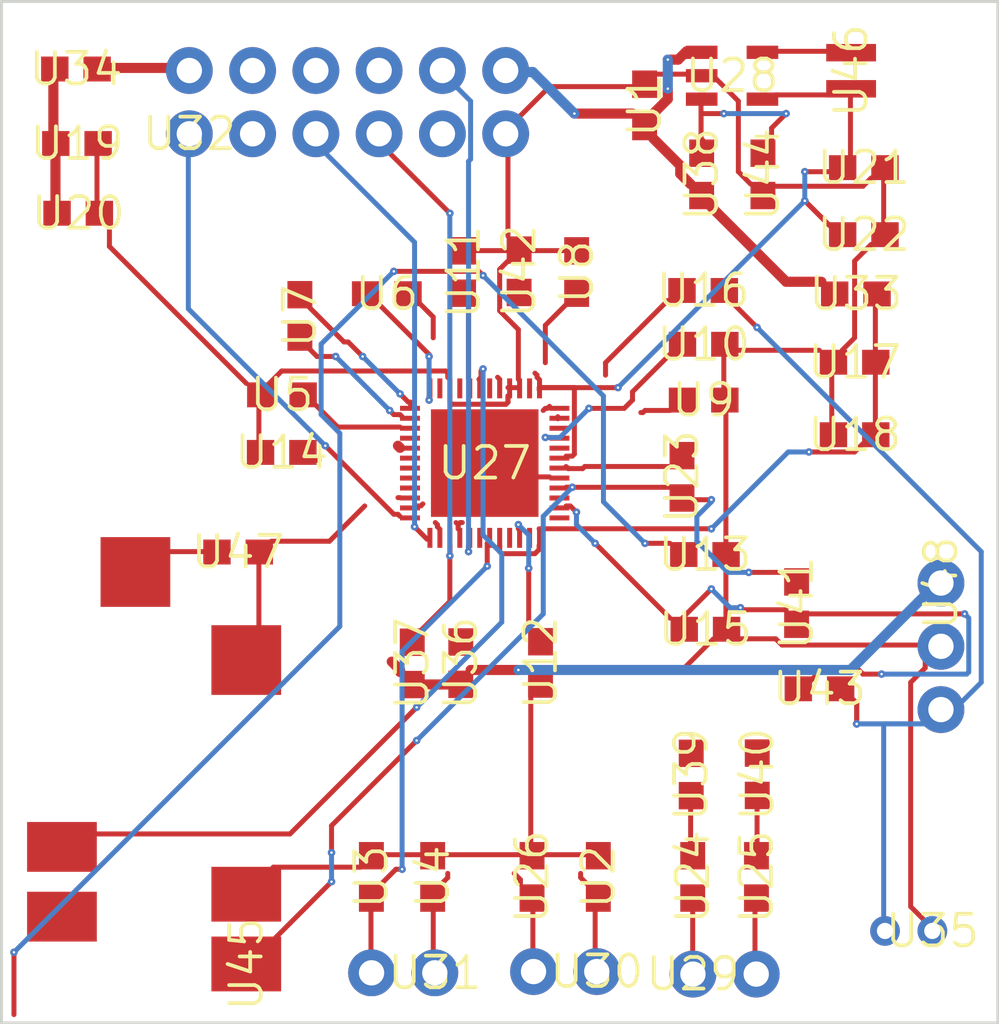
<source format=kicad_pcb>
(kicad_pcb (version 20221018) (generator pcbnew)
  (layers (0 "F.Cu" signal "Top") (31 "B.Cu" signal "Bottom") (34 "B.Paste" user) (35 "F.Paste" user) (36 "B.SilkS" user "B.Silkscreen") (37 "F.SilkS" user "F.Silkscreen") (38 "B.Mask" user) (39 "F.Mask" user) (44 "Edge.Cuts" user))
  (net 0 "")
  (net 1 "GND")
  (net 2 "3.3V")
  (net 3 "5V")
  (net 4 "/SPKVDD")
  (net 5 "/SPOLN")
  (net 6 "Net-(C20-Pad2)")
  (net 7 "/SPORP")
  (net 8 "/SPORN")
  (net 9 "Net-(IC1-Pad42)")
  (net 10 "/XAUDIO_IRQ")
  (net 11 "/XAUDIO_SDA")
  (net 12 "/XADUIO_SCL")
  (net 13 "/XAUDIO_I2S0_MCLK")
  (net 14 "/XADUIO_I2S0_BCLK")
  (net 15 "/XADUIO_I2S0_LRCKL")
  (net 16 "/XAUDIO_I2S0_DIN")
  (net 17 "/XAUDIO_I2S0_DOUT")
  (net 18 "Net-(IC1-Pad33)")
  (net 19 "Net-(IC1-Pad32)")
  (net 20 "Net-(IC1-Pad31)")
  (net 21 "Net-(IC1-Pad30)")
  (net 22 "/3.3VDD")
  (net 23 "Net-(C22-Pad2)")
  (net 24 "Net-(C14-Pad1)")
  (net 25 "Net-(C16-Pad2)")
  (net 26 "Net-(C16-Pad1)")
  (net 27 "Net-(C15-Pad1)")
  (net 28 "Net-(C15-Pad2)")
  (net 29 "/1.8VDD")
  (net 30 "Net-(C2-Pad1)")
  (net 31 "/HPOR")
  (net 32 "/HPOL")
  (net 33 "/CPVREF")
  (net 34 "Net-(C17-Pad2)")
  (net 35 "/LOUTR")
  (net 36 "/LOUTL")
  (net 37 "Net-(C24-Pad2)")
  (net 38 "Net-(C19-Pad2)")
  (net 39 "Net-(C18-Pad2)")
  (net 40 "Net-(C6-Pad2)")
  (net 41 "/IN1P")
  (net 42 "Net-(C21-Pad2)")
  (net 43 "/MICBIAS1")
  (net 44 "/SPOLP")
  (net 45 "/IN2P")
  (net 46 "Net-(U1-Pad6)")
  (net 47 "Net-(R10-Pad2)")
  (net 48 "Net-(C8-Pad2)")
  (net 49 "Net-(C7-Pad2)")
  (net 50 "Net-(J4-Pad9)")
  (net 51 "Net-(C7-Pad1)")
  (net 52 "Net-(C8-Pad1)")
  (net 53 "Net-(IC2-Pad5)")
  (net 54 "Net-(IC2-Pad3)")
  (footprint "audioCodec:0603" (layer "F.Cu") (at 154.3211 88.6736 -90)
    (fp_text reference "U1")
    (fp_text value "")
  )
  (footprint "audioCodec:0603" (layer "F.Cu") (at 152.4611 119.6436 90)
    (fp_text reference "U2")
    (fp_text value "")
  )
  (footprint "audioCodec:0603" (layer "F.Cu") (at 143.3511 119.6436 90)
    (fp_text reference "U3")
    (fp_text value "")
  )
  (footprint "audioCodec:0603" (layer "F.Cu") (at 145.8111 119.6436 90)
    (fp_text reference "U4")
    (fp_text value "")
  )
  (footprint "audioCodec:0603" (layer "F.Cu") (at 139.7611 100.2936 180)
    (fp_text reference "U5")
    (fp_text value "")
  )
  (footprint "audioCodec:0603" (layer "F.Cu") (at 143.9711 96.2336)
    (fp_text reference "U6")
    (fp_text value "")
  )
  (footprint "audioCodec:0603" (layer "F.Cu") (at 140.4811 97.1236 -90)
    (fp_text reference "U7")
    (fp_text value "")
  )
  (footprint "audioCodec:0603" (layer "F.Cu") (at 151.5911 95.3636 -90)
    (fp_text reference "U8")
    (fp_text value "")
  )
  (footprint "audioCodec:0603" (layer "F.Cu") (at 156.6911 100.5036 180)
    (fp_text reference "U9")
    (fp_text value "")
  )
  (footprint "audioCodec:0603" (layer "F.Cu") (at 156.6911 98.2636 180)
    (fp_text reference "U10")
    (fp_text value "")
  )
  (footprint "audioCodec:0603" (layer "F.Cu") (at 147.0511 95.3636 90)
    (fp_text reference "U11")
    (fp_text value "")
  )
  (footprint "audioCodec:0603" (layer "F.Cu") (at 150.1411 111.0536 90)
    (fp_text reference "U12")
    (fp_text value "")
  )
  (footprint "audioCodec:0603" (layer "F.Cu") (at 156.7411 106.7036 180)
    (fp_text reference "U13")
    (fp_text value "")
  )
  (footprint "audioCodec:0603" (layer "F.Cu") (at 139.7511 102.6036)
    (fp_text reference "U14")
    (fp_text value "")
  )
  (footprint "audioCodec:0603" (layer "F.Cu") (at 156.7611 109.7036 180)
    (fp_text reference "U15")
    (fp_text value "")
  )
  (footprint "audioCodec:0603" (layer "F.Cu") (at 156.6711 96.1036 180)
    (fp_text reference "U16")
    (fp_text value "")
  )
  (footprint "audioCodec:0603" (layer "F.Cu") (at 162.7511 98.9836 180)
    (fp_text reference "U17")
    (fp_text value "")
  )
  (footprint "audioCodec:0603" (layer "F.Cu") (at 162.7511 101.8936 180)
    (fp_text reference "U18")
    (fp_text value "")
  )
  (footprint "audioCodec:0603" (layer "F.Cu") (at 131.5311 90.2036)
    (fp_text reference "U19")
    (fp_text value "")
  )
  (footprint "audioCodec:0603" (layer "F.Cu") (at 131.5811 93.0036)
    (fp_text reference "U20")
    (fp_text value "")
  )
  (footprint "audioCodec:0603" (layer "F.Cu") (at 163.1211 91.1736)
    (fp_text reference "U21")
    (fp_text value "")
  )
  (footprint "audioCodec:0603" (layer "F.Cu") (at 163.1211 93.8636)
    (fp_text reference "U22")
    (fp_text value "")
  )
  (footprint "audioCodec:0603" (layer "F.Cu") (at 155.8211 103.5836 90)
    (fp_text reference "U23")
    (fp_text value "")
  )
  (footprint "audioCodec:0603" (layer "F.Cu") (at 156.2511 119.6436 -90)
    (fp_text reference "U24")
    (fp_text value "")
  )
  (footprint "audioCodec:0603" (layer "F.Cu") (at 158.8111 119.6436 -90)
    (fp_text reference "U25")
    (fp_text value "")
  )
  (footprint "audioCodec:0603" (layer "F.Cu") (at 149.8011 119.6436 90)
    (fp_text reference "U26")
    (fp_text value "")
  )
  (footprint "audioCodec:QFN50P700X700X100-49N" (layer "F.Cu") (at 147.9011 103.0336 180)
    (fp_text reference "U27")
    (fp_text value "")
  )
  (footprint "audioCodec:SOT95P284X122-5N" (layer "F.Cu") (at 157.8311 87.4836)
    (fp_text reference "U28")
    (fp_text value "")
  )
  (footprint "audioCodec:1X02" (layer "F.Cu") (at 157.5308 123.5456)
    (fp_text reference "U29")
    (fp_text value "")
  )
  (footprint "audioCodec:1X02" (layer "F.Cu") (at 151.13 123.444 180)
    (fp_text reference "U30")
    (fp_text value "")
  )
  (footprint "audioCodec:1X02" (layer "F.Cu") (at 144.6276 123.4948 180)
    (fp_text reference "U31")
    (fp_text value "")
  )
  (footprint "audioCodec:2X6" (layer "F.Cu") (at 142.3924 88.5444)
    (fp_text reference "U32")
    (fp_text value "")
  )
  (footprint "audioCodec:0603" (layer "F.Cu") (at 162.8011 96.2436 180)
    (fp_text reference "U33")
    (fp_text value "")
  )
  (footprint "audioCodec:0603" (layer "F.Cu") (at 131.4911 87.2136)
    (fp_text reference "U34")
    (fp_text value "")
  )
  (footprint "audioCodec:CMC-2242PBL-A" (layer "F.Cu") (at 165.8711 121.8136 180)
    (fp_text reference "U35")
    (fp_text value "")
  )
  (footprint "audioCodec:0603" (layer "F.Cu") (at 146.9411 111.0636 90)
    (fp_text reference "U36")
    (fp_text value "")
  )
  (footprint "audioCodec:0603" (layer "F.Cu") (at 144.9911 111.0736 90)
    (fp_text reference "U37")
    (fp_text value "")
  )
  (footprint "audioCodec:0603" (layer "F.Cu") (at 156.6111 91.4436 90)
    (fp_text reference "U38")
    (fp_text value "")
  )
  (footprint "audioCodec:0603" (layer "F.Cu") (at 156.1911 115.5336 -90)
    (fp_text reference "U39")
    (fp_text value "")
  )
  (footprint "audioCodec:0603" (layer "F.Cu") (at 158.8411 115.5236 -90)
    (fp_text reference "U40")
    (fp_text value "")
  )
  (footprint "audioCodec:0603" (layer "F.Cu") (at 160.4211 108.6536 90)
    (fp_text reference "U41")
    (fp_text value "")
  )
  (footprint "audioCodec:0603" (layer "F.Cu") (at 149.2811 95.3336 90)
    (fp_text reference "U42")
    (fp_text value "")
  )
  (footprint "audioCodec:0603" (layer "F.Cu") (at 161.3411 112.0936)
    (fp_text reference "U43")
    (fp_text value "")
  )
  (footprint "audioCodec:0603" (layer "F.Cu") (at 159.0711 91.4436 90)
    (fp_text reference "U44")
    (fp_text value "")
  )
  (footprint "audioCodec:SJ-43514-SMT-TR" (layer "F.Cu") (at 134.5184 115.5192 90)
    (fp_text reference "U45")
    (fp_text value "")
  )
  (footprint "audioCodec:NRH2412T2R2MNGH" (layer "F.Cu") (at 162.6111 87.2836 -90)
    (fp_text reference "U46")
    (fp_text value "")
  )
  (footprint "audioCodec:0603" (layer "F.Cu") (at 138.0011 106.6036 180)
    (fp_text reference "U47")
    (fp_text value "")
  )
  (footprint "audioCodec:1X03" (layer "F.Cu") (at 166.2176 110.3884 -90)
    (fp_text reference "U48")
    (fp_text value "")
  )
  (gr_line (start 128.5011 125.5036) (end 168.5011 125.5036) (layer "Edge.Cuts") (width 0.12))
  (gr_line (start 128.5011 84.5036) (end 128.5011 125.5036) (layer "Edge.Cuts") (width 0.12))
  (gr_line (start 168.5011 125.5036) (end 168.5011 84.5036) (layer "Edge.Cuts") (width 0.12))
  (gr_line (start 168.5011 84.5036) (end 128.5011 84.5036) (layer "Edge.Cuts") (width 0.12))
  (segment (start 148.83443333333335 100.0036) (end 149.2511 100.0036) (width 0.2) (layer "F.Cu") (net 1))
  (segment (start 146.5011 100.33693333333333) (end 146.5011 100.58693333333333) (width 0.2) (layer "F.Cu") (net 1))
  (segment (start 146.5011 100.58693333333333) (end 146.58443333333335 100.67026666666668) (width 0.2) (layer "F.Cu") (net 1))
  (segment (start 146.58443333333335 100.67026666666668) (end 148.7511 100.67026666666668) (width 0.2) (layer "F.Cu") (net 1))
  (segment (start 148.7511 100.67026666666668) (end 148.83443333333335 100.58693333333333) (width 0.2) (layer "F.Cu") (net 1))
  (segment (start 148.83443333333335 100.58693333333333) (end 148.83443333333335 100.33693333333333) (width 0.2) (layer "F.Cu") (net 1))
  (segment (start 147.83443333333335 101.5036) (end 147.83443333333335 100.67026666666668) (width 0.2) (layer "F.Cu") (net 1))
  (segment (start 147.83443333333335 100.67026666666668) (end 148.7511 100.67026666666668) (width 0.2) (layer "F.Cu") (net 1))
  (segment (start 148.7511 100.67026666666668) (end 148.83443333333335 100.58693333333333) (width 0.2) (layer "F.Cu") (net 1))
  (segment (start 148.83443333333335 100.58693333333333) (end 148.83443333333335 100.33693333333333) (width 0.2) (layer "F.Cu") (net 1))
  (segment (start 150.5011 103.58693333333333) (end 149.33443333333335 103.58693333333333) (width 0.2) (layer "F.Cu") (net 1))
  (segment (start 148.83443333333335 94.92026666666668) (end 148.5011 95.2536) (width 0.2) (layer "F.Cu") (net 1))
  (segment (start 148.5011 95.2536) (end 148.5011 96.92026666666668) (width 0.2) (layer "F.Cu") (net 1))
  (segment (start 148.5011 96.92026666666668) (end 149.2511 97.67026666666668) (width 0.2) (layer "F.Cu") (net 1))
  (segment (start 149.2511 97.67026666666668) (end 149.2511 99.67026666666668) (width 0.2) (layer "F.Cu") (net 1))
  (segment (start 151.16776666666667 94.5036) (end 149.66776666666667 94.5036) (width 0.2) (layer "F.Cu") (net 1))
  (segment (start 147.41776666666667 94.5036) (end 148.83443333333335 94.5036) (width 0.2) (layer "F.Cu") (net 1))
  (segment (start 148.83443333333335 90.33693333333333) (end 148.83443333333335 93.92026666666668) (width 0.2) (layer "F.Cu") (net 1))
  (segment (start 153.83443333333335 87.92026666666668) (end 150.5011 87.92026666666668) (width 0.2) (layer "F.Cu") (net 1))
  (segment (start 150.5011 87.92026666666668) (end 149.2511 89.17026666666668) (width 0.2) (layer "F.Cu") (net 1))
  (segment (start 156.0011 87.42026666666668) (end 154.66776666666667 87.42026666666668) (width 0.2) (layer "F.Cu") (net 1))
  (segment (start 158.58443333333335 91.83693333333333) (end 158.08443333333335 91.33693333333333) (width 0.2) (layer "F.Cu") (net 1))
  (segment (start 158.08443333333335 91.33693333333333) (end 158.08443333333335 88.5036) (width 0.2) (layer "F.Cu") (net 1))
  (segment (start 158.08443333333335 88.5036) (end 157.16776666666667 87.58693333333333) (width 0.2) (layer "F.Cu") (net 1))
  (segment (start 163.41776666666667 91.58693333333333) (end 163.08443333333335 91.92026666666668) (width 0.2) (layer "F.Cu") (net 1))
  (segment (start 163.08443333333335 91.92026666666668) (end 159.41776666666667 91.92026666666668) (width 0.2) (layer "F.Cu") (net 1))
  (segment (start 163.91776666666667 93.42026666666668) (end 163.91776666666667 91.58693333333333) (width 0.2) (layer "F.Cu") (net 1))
  (segment (start 162.2511 98.5036) (end 162.7511 98.0036) (width 0.2) (layer "F.Cu") (net 1))
  (segment (start 162.7511 98.0036) (end 162.7511 94.92026666666668) (width 0.2) (layer "F.Cu") (net 1))
  (segment (start 162.7511 94.92026666666668) (end 163.41776666666667 94.2536) (width 0.2) (layer "F.Cu") (net 1))
  (segment (start 158.0011 98.5036) (end 161.33443333333335 98.5036) (width 0.2) (layer "F.Cu") (net 1))
  (segment (start 161.83443333333335 101.42026666666668) (end 161.83443333333335 99.33693333333333) (width 0.2) (layer "F.Cu") (net 1))
  (segment (start 157.5011 100.08693333333333) (end 157.5011 98.67026666666668) (width 0.2) (layer "F.Cu") (net 1))
  (segment (start 157.58443333333335 106.2536) (end 157.58443333333335 100.92026666666668) (width 0.2) (layer "F.Cu") (net 1))
  (segment (start 157.58443333333335 109.2536) (end 157.58443333333335 107.08693333333333) (width 0.2) (layer "F.Cu") (net 1))
  (segment (start 139.2511 99.83693333333333) (end 139.7511 99.33693333333333) (width 0.2) (layer "F.Cu") (net 1))
  (segment (start 139.7511 99.33693333333333) (end 146.33443333333335 99.33693333333333) (width 0.2) (layer "F.Cu") (net 1))
  (segment (start 146.33443333333335 99.33693333333333) (end 146.41776666666667 99.42026666666668) (width 0.2) (layer "F.Cu") (net 1))
  (segment (start 146.41776666666667 99.42026666666668) (end 146.41776666666667 99.58693333333333) (width 0.2) (layer "F.Cu") (net 1))
  (segment (start 146.41776666666667 99.58693333333333) (end 146.5011 99.67026666666668) (width 0.2) (layer "F.Cu") (net 1))
  (segment (start 138.83443333333335 102.17026666666668) (end 138.83443333333335 100.67026666666668) (width 0.2) (layer "F.Cu") (net 1))
  (segment (start 150.5011 111.42026666666668) (end 155.7511 111.42026666666668) (width 0.2) (layer "F.Cu") (net 1))
  (segment (start 155.7511 111.42026666666668) (end 157.08443333333335 110.08693333333333) (width 0.2) (layer "F.Cu") (net 1))
  (segment (start 149.7511 118.2536) (end 149.7511 112.33693333333333) (width 0.2) (layer "F.Cu") (net 1))
  (segment (start 146.16776666666667 118.7536) (end 149.33443333333335 118.7536) (width 0.2) (layer "F.Cu") (net 1))
  (segment (start 152.0011 118.7536) (end 150.16776666666667 118.7536) (width 0.2) (layer "F.Cu") (net 1))
  (segment (start 143.7511 118.7536) (end 145.33443333333335 118.7536) (width 0.2) (layer "F.Cu") (net 1))
  (segment (start 139.33443333333335 119.33693333333335) (end 139.41776666666667 119.2536) (width 0.2) (layer "F.Cu") (net 1))
  (segment (start 139.41776666666667 119.2536) (end 142.91776666666667 119.2536) (width 0.2) (layer "F.Cu") (net 1))
  (segment (start 165.58443333333335 110.33693333333333) (end 159.83443333333335 110.33693333333333) (width 0.2) (layer "F.Cu") (net 1))
  (segment (start 159.83443333333335 110.33693333333333) (end 159.58443333333335 110.08693333333333) (width 0.2) (layer "F.Cu") (net 1))
  (segment (start 159.58443333333335 110.08693333333333) (end 158.08443333333335 110.08693333333333) (width 0.2) (layer "F.Cu") (net 1))
  (segment (start 132.83443333333335 93.42026666666668) (end 132.83443333333335 94.33693333333333) (width 0.2) (layer "F.Cu") (net 1))
  (segment (start 132.83443333333335 94.33693333333333) (end 138.33443333333335 99.83693333333333) (width 0.2) (layer "F.Cu") (net 1))
  (segment (start 132.33443333333335 90.58693333333333) (end 132.33443333333335 92.58693333333333) (width 0.2) (layer "F.Cu") (net 1))
  (segment (start 165.58443333333335 121.42026666666666) (end 165.0011 120.83693333333335) (width 0.2) (layer "F.Cu") (net 1))
  (segment (start 165.0011 120.83693333333335) (end 165.0011 111.83693333333333) (width 0.2) (layer "F.Cu") (net 1))
  (segment (start 165.0011 111.83693333333333) (end 165.58443333333335 111.2536) (width 0.2) (layer "F.Cu") (net 1))
  (segment (start 165.58443333333335 111.2536) (end 165.58443333333335 110.92026666666668) (width 0.2) (layer "F.Cu") (net 1))
  (segment (start 132.83443333333335 87.17026666666668) (end 135.41776666666667 87.17026666666668) (width 0.4064) (layer "F.Cu") (net 2))
  (segment (start 156.16776666666667 91.83693333333333) (end 155.7511 91.42026666666668) (width 0.4064) (layer "F.Cu") (net 3))
  (segment (start 155.7511 91.42026666666668) (end 155.7511 91.08693333333333) (width 0.4064) (layer "F.Cu") (net 3))
  (segment (start 155.7511 91.08693333333333) (end 154.66776666666667 90.0036) (width 0.4064) (layer "F.Cu") (net 3))
  (segment (start 156.0011 86.5036) (end 155.66776666666667 86.83693333333333) (width 0.4064) (layer "F.Cu") (net 3))
  (segment (start 155.66776666666667 86.83693333333333) (end 155.2511 86.83693333333333) (width 0.4064) (layer "F.Cu") (net 3))
  (via micro (at 155.2511 86.83693333333333) (size 0.3) (drill 0.1) (layers "F.Cu" "B.Cu") (net 3))
  (segment (start 155.2511 86.83693333333333) (end 155.2511 88.0036) (width 0.4064) (layer "B.Cu") (net 3))
  (via micro (at 155.2511 88.0036) (size 0.3) (drill 0.1) (layers "F.Cu" "B.Cu") (net 3))
  (segment (start 155.2511 88.0036) (end 155.2511 88.42026666666668) (width 0.4064) (layer "F.Cu") (net 3))
  (segment (start 155.2511 88.42026666666668) (end 154.66776666666667 89.0036) (width 0.4064) (layer "F.Cu") (net 3))
  (segment (start 149.2511 87.33693333333333) (end 149.83443333333335 87.33693333333333) (width 0.4064) (layer "B.Cu") (net 3))
  (segment (start 149.83443333333335 87.33693333333333) (end 151.5011 89.0036) (width 0.4064) (layer "B.Cu") (net 3))
  (via micro (at 151.5011 89.0036) (size 0.3) (drill 0.1) (layers "F.Cu" "B.Cu") (net 3))
  (segment (start 151.5011 89.0036) (end 153.83443333333335 89.0036) (width 0.4064) (layer "F.Cu") (net 3))
  (segment (start 161.41776666666667 95.7536) (end 160.0011 95.7536) (width 0.4064) (layer "F.Cu") (net 3))
  (segment (start 160.0011 95.7536) (end 157.0011 92.7536) (width 0.4064) (layer "F.Cu") (net 3))
  (segment (start 150.08443333333335 106.33693333333333) (end 150.08443333333335 106.5036) (width 0.2) (layer "F.Cu") (net 4))
  (segment (start 150.08443333333335 106.5036) (end 149.91776666666667 106.67026666666668) (width 0.2) (layer "F.Cu") (net 4))
  (segment (start 149.91776666666667 106.67026666666668) (end 148.58443333333335 106.67026666666668) (width 0.2) (layer "F.Cu") (net 4))
  (segment (start 148.58443333333335 106.67026666666668) (end 148.5011 106.58693333333333) (width 0.2) (layer "F.Cu") (net 4))
  (segment (start 148.5011 106.58693333333333) (end 148.5011 106.33693333333333) (width 0.2) (layer "F.Cu") (net 4))
  (segment (start 163.08443333333335 102.2536) (end 162.7511 102.58693333333333) (width 0.2) (layer "F.Cu") (net 4))
  (segment (start 162.7511 102.58693333333333) (end 160.91776666666667 102.58693333333333) (width 0.2) (layer "F.Cu") (net 4))
  (via micro (at 160.91776666666667 102.58693333333333) (size 0.3) (drill 0.1) (layers "F.Cu" "B.Cu") (net 4))
  (segment (start 160.91776666666667 102.58693333333333) (end 160.08443333333335 102.58693333333333) (width 0.2) (layer "B.Cu") (net 4))
  (segment (start 160.08443333333335 102.58693333333333) (end 157.0011 105.67026666666668) (width 0.2) (layer "B.Cu") (net 4))
  (via micro (at 157.0011 105.67026666666668) (size 0.3) (drill 0.1) (layers "F.Cu" "B.Cu") (net 4))
  (segment (start 157.0011 105.67026666666668) (end 150.08443333333335 105.67026666666668) (width 0.2) (layer "F.Cu") (net 4))
  (segment (start 163.58443333333335 99.33693333333333) (end 163.58443333333335 101.42026666666668) (width 0.2) (layer "F.Cu") (net 4))
  (segment (start 163.58443333333335 96.58693333333333) (end 163.58443333333335 98.5036) (width 0.2) (layer "F.Cu") (net 4))
  (segment (start 149.83443333333335 122.83693333333335) (end 149.83443333333335 120.92026666666666) (width 0.2) (layer "F.Cu") (net 5))
  (segment (start 149.08443333333335 119.5036) (end 149.33443333333335 119.7536) (width 0.2) (layer "F.Cu") (net 5))
  (segment (start 149.33443333333335 119.7536) (end 149.33443333333335 119.92026666666666) (width 0.2) (layer "F.Cu") (net 5))
  (segment (start 149.2511 105.67026666666668) (end 149.2511 105.5036) (width 0.2) (layer "F.Cu") (net 6))
  (via micro (at 149.2511 105.5036) (size 0.3) (drill 0.1) (layers "F.Cu" "B.Cu") (net 6))
  (segment (start 149.2511 105.5036) (end 149.66776666666667 105.92026666666668) (width 0.2) (layer "B.Cu") (net 6))
  (segment (start 149.66776666666667 105.92026666666668) (end 149.66776666666667 107.2536) (width 0.2) (layer "B.Cu") (net 6))
  (via micro (at 149.66776666666667 107.2536) (size 0.3) (drill 0.1) (layers "F.Cu" "B.Cu") (net 6))
  (segment (start 149.66776666666667 107.2536) (end 149.66776666666667 109.67026666666668) (width 0.2) (layer "F.Cu") (net 6))
  (segment (start 145.83443333333335 122.83693333333335) (end 145.83443333333335 120.92026666666666) (width 0.2) (layer "F.Cu") (net 7))
  (segment (start 146.41776666666667 119.5036) (end 146.41776666666667 119.67026666666666) (width 0.2) (layer "F.Cu") (net 7))
  (segment (start 146.41776666666667 119.67026666666666) (end 146.16776666666667 119.92026666666666) (width 0.2) (layer "F.Cu") (net 7))
  (segment (start 143.33443333333335 122.83693333333335) (end 143.33443333333335 120.92026666666666) (width 0.2) (layer "F.Cu") (net 8))
  (segment (start 148.08443333333335 106.17026666666668) (end 148.0011 106.2536) (width 0.2) (layer "F.Cu") (net 8))
  (segment (start 148.0011 106.2536) (end 148.0011 107.17026666666668) (width 0.2) (layer "F.Cu") (net 8))
  (via micro (at 148.0011 107.17026666666668) (size 0.3) (drill 0.1) (layers "F.Cu" "B.Cu") (net 8))
  (segment (start 148.0011 107.17026666666668) (end 144.58443333333335 110.58693333333333) (width 0.2) (layer "B.Cu") (net 8))
  (segment (start 144.58443333333335 110.58693333333333) (end 144.58443333333335 119.33693333333335) (width 0.2) (layer "B.Cu") (net 8))
  (via micro (at 144.58443333333335 119.33693333333335) (size 0.3) (drill 0.1) (layers "F.Cu" "B.Cu") (net 8))
  (segment (start 144.58443333333335 119.33693333333335) (end 144.33443333333335 119.33693333333335) (width 0.2) (layer "F.Cu") (net 8))
  (segment (start 144.33443333333335 119.33693333333335) (end 143.7511 119.92026666666666) (width 0.2) (layer "F.Cu") (net 8))
  (segment (start 146.66776666666667 87.83693333333333) (end 147.33443333333335 88.5036) (width 0.2) (layer "B.Cu") (net 10))
  (segment (start 147.33443333333335 88.5036) (end 147.33443333333335 90.83693333333333) (width 0.2) (layer "B.Cu") (net 10))
  (segment (start 147.33443333333335 90.83693333333333) (end 147.2511 90.92026666666668) (width 0.2) (layer "B.Cu") (net 10))
  (segment (start 147.2511 90.92026666666668) (end 147.2511 106.58693333333333) (width 0.2) (layer "B.Cu") (net 10))
  (via micro (at 147.2511 106.58693333333333) (size 0.3) (drill 0.1) (layers "F.Cu" "B.Cu") (net 10))
  (segment (start 147.2511 106.58693333333333) (end 147.2511 106.33693333333333) (width 0.2) (layer "F.Cu") (net 10))
  (segment (start 146.7511 105.42026666666668) (end 146.83443333333335 105.5036) (width 0.2) (layer "F.Cu") (net 11))
  (segment (start 146.83443333333335 105.5036) (end 146.83443333333335 105.67026666666668) (width 0.2) (layer "F.Cu") (net 11))
  (segment (start 147.0011 105.42026666666668) (end 146.91776666666667 105.42026666666668) (width 0.2) (layer "F.Cu") (net 11))
  (segment (start 146.91776666666667 105.42026666666668) (end 146.83443333333335 105.5036) (width 0.2) (layer "F.Cu") (net 11))
  (segment (start 146.83443333333335 105.5036) (end 146.83443333333335 105.67026666666668) (width 0.2) (layer "F.Cu") (net 11))
  (segment (start 145.33443333333335 109.7536) (end 146.5011 108.58693333333333) (width 0.2) (layer "F.Cu") (net 12))
  (segment (start 146.5011 108.58693333333333) (end 146.5011 106.33693333333333) (width 0.2) (layer "F.Cu") (net 12))
  (segment (start 143.83443333333335 90.33693333333333) (end 146.5011 93.0036) (width 0.2) (layer "F.Cu") (net 12))
  (via micro (at 146.5011 93.0036) (size 0.3) (drill 0.1) (layers "F.Cu" "B.Cu") (net 12))
  (segment (start 146.5011 93.0036) (end 146.5011 106.7536) (width 0.2) (layer "B.Cu") (net 12))
  (via micro (at 146.5011 106.7536) (size 0.3) (drill 0.1) (layers "F.Cu" "B.Cu") (net 12))
  (segment (start 146.5011 106.7536) (end 146.5011 106.33693333333333) (width 0.2) (layer "F.Cu") (net 12))
  (segment (start 145.91776666666667 105.42026666666668) (end 146.0011 105.5036) (width 0.2) (layer "F.Cu") (net 13))
  (segment (start 146.0011 105.5036) (end 146.0011 105.58693333333333) (width 0.2) (layer "F.Cu") (net 13))
  (segment (start 146.0011 105.58693333333333) (end 146.08443333333335 105.67026666666668) (width 0.2) (layer "F.Cu") (net 13))
  (segment (start 141.2511 90.33693333333333) (end 145.08443333333335 94.17026666666668) (width 0.2) (layer "B.Cu") (net 14))
  (segment (start 145.08443333333335 94.17026666666668) (end 145.08443333333335 105.58693333333333) (width 0.2) (layer "B.Cu") (net 14))
  (via micro (at 145.08443333333335 105.58693333333333) (size 0.3) (drill 0.1) (layers "F.Cu" "B.Cu") (net 14))
  (segment (start 145.08443333333335 105.58693333333333) (end 145.58443333333335 106.08693333333333) (width 0.2) (layer "F.Cu") (net 14))
  (segment (start 145.58443333333335 106.08693333333333) (end 145.66776666666667 106.08693333333333) (width 0.2) (layer "F.Cu") (net 14))
  (segment (start 136.0011 90.33693333333333) (end 136.0011 96.83693333333333) (width 0.2) (layer "B.Cu") (net 15))
  (segment (start 136.0011 96.83693333333333) (end 141.5011 102.33693333333333) (width 0.2) (layer "B.Cu") (net 15))
  (via micro (at 141.5011 102.33693333333333) (size 0.3) (drill 0.1) (layers "F.Cu" "B.Cu") (net 15))
  (segment (start 141.5011 102.33693333333333) (end 144.2511 105.08693333333333) (width 0.2) (layer "F.Cu") (net 15))
  (segment (start 144.2511 105.08693333333333) (end 144.41776666666667 105.08693333333333) (width 0.2) (layer "F.Cu") (net 15))
  (segment (start 144.41776666666667 105.08693333333333) (end 144.5011 105.17026666666668) (width 0.2) (layer "F.Cu") (net 15))
  (segment (start 145.41776666666667 104.67026666666668) (end 145.33443333333335 104.7536) (width 0.2) (layer "F.Cu") (net 16))
  (segment (start 145.33443333333335 104.7536) (end 145.16776666666667 104.7536) (width 0.2) (layer "F.Cu") (net 16))
  (segment (start 144.41776666666667 104.42026666666668) (end 144.5011 104.42026666666668) (width 0.2) (layer "F.Cu") (net 17))
  (segment (start 145.33443333333335 111.92026666666668) (end 146.5011 111.92026666666668) (width 0.4064) (layer "F.Cu") (net 22))
  (segment (start 144.16776666666667 111.0036) (end 144.5011 111.33693333333333) (width 0.4064) (layer "F.Cu") (net 22))
  (segment (start 144.5011 111.33693333333333) (end 144.5011 111.42026666666668) (width 0.4064) (layer "F.Cu") (net 22))
  (segment (start 144.41776666666667 102.33693333333333) (end 144.5011 102.42026666666668) (width 0.4064) (layer "F.Cu") (net 22))
  (segment (start 130.66776666666667 90.58693333333333) (end 130.66776666666667 92.58693333333333) (width 0.4064) (layer "F.Cu") (net 22))
  (segment (start 130.58443333333335 87.58693333333333) (end 130.58443333333335 89.7536) (width 0.4064) (layer "F.Cu") (net 22))
  (segment (start 165.58443333333335 108.33693333333333) (end 162.58443333333335 111.33693333333333) (width 0.4064) (layer "B.Cu") (net 22))
  (segment (start 162.58443333333335 111.33693333333333) (end 149.2511 111.33693333333333) (width 0.4064) (layer "B.Cu") (net 22))
  (via micro (at 149.2511 111.33693333333333) (size 0.3) (drill 0.1) (layers "F.Cu" "B.Cu") (net 22))
  (segment (start 149.2511 111.33693333333333) (end 147.33443333333335 111.33693333333333) (width 0.4064) (layer "F.Cu") (net 22))
  (segment (start 141.2511 102.92026666666668) (end 141.08443333333335 102.92026666666668) (width 0.2) (layer "F.Cu") (net 23))
  (segment (start 144.5011 101.58693333333333) (end 142.0011 101.58693333333333) (width 0.2) (layer "F.Cu") (net 24))
  (segment (start 142.0011 101.58693333333333) (end 141.08443333333335 100.67026666666668) (width 0.2) (layer "F.Cu") (net 24))
  (segment (start 144.58443333333335 101.17026666666668) (end 144.5011 101.08693333333333) (width 0.2) (layer "F.Cu") (net 25))
  (segment (start 144.5011 101.08693333333333) (end 144.2511 101.08693333333333) (width 0.2) (layer "F.Cu") (net 25))
  (segment (start 144.2511 101.08693333333333) (end 144.08443333333335 100.92026666666668) (width 0.2) (layer "F.Cu") (net 25))
  (via micro (at 144.08443333333335 100.92026666666668) (size 0.3) (drill 0.1) (layers "F.Cu" "B.Cu") (net 25))
  (segment (start 144.08443333333335 100.92026666666668) (end 141.91776666666667 98.7536) (width 0.2) (layer "B.Cu") (net 25))
  (via micro (at 141.91776666666667 98.7536) (size 0.3) (drill 0.1) (layers "F.Cu" "B.Cu") (net 25))
  (segment (start 141.91776666666667 98.7536) (end 141.16776666666667 98.7536) (width 0.2) (layer "F.Cu") (net 25))
  (segment (start 141.16776666666667 98.7536) (end 140.83443333333335 98.42026666666668) (width 0.2) (layer "F.Cu") (net 25))
  (segment (start 144.91776666666667 100.7536) (end 145.0011 100.67026666666668) (width 0.2) (layer "F.Cu") (net 26))
  (segment (start 145.0011 100.67026666666668) (end 144.91776666666667 100.58693333333333) (width 0.2) (layer "F.Cu") (net 26))
  (segment (start 144.91776666666667 100.58693333333333) (end 144.83443333333335 100.58693333333333) (width 0.2) (layer "F.Cu") (net 26))
  (segment (start 144.83443333333335 100.58693333333333) (end 144.5011 100.2536) (width 0.2) (layer "F.Cu") (net 26))
  (via micro (at 144.5011 100.2536) (size 0.3) (drill 0.1) (layers "F.Cu" "B.Cu") (net 26))
  (segment (start 144.5011 100.2536) (end 143.0011 98.7536) (width 0.2) (layer "B.Cu") (net 26))
  (via micro (at 143.0011 98.7536) (size 0.3) (drill 0.1) (layers "F.Cu" "B.Cu") (net 26))
  (segment (start 143.0011 98.7536) (end 142.41776666666667 98.17026666666668) (width 0.2) (layer "F.Cu") (net 26))
  (segment (start 142.41776666666667 98.17026666666668) (end 142.2511 98.17026666666668) (width 0.2) (layer "F.Cu") (net 26))
  (segment (start 142.2511 98.17026666666668) (end 140.83443333333335 96.7536) (width 0.2) (layer "F.Cu") (net 26))
  (segment (start 145.66776666666667 100.33693333333333) (end 145.66776666666667 100.5036) (width 0.2) (layer "F.Cu") (net 27))
  (via micro (at 145.66776666666667 100.5036) (size 0.3) (drill 0.1) (layers "F.Cu" "B.Cu") (net 27))
  (segment (start 145.66776666666667 100.5036) (end 145.66776666666667 98.7536) (width 0.2) (layer "B.Cu") (net 27))
  (via micro (at 145.66776666666667 98.7536) (size 0.3) (drill 0.1) (layers "F.Cu" "B.Cu") (net 27))
  (segment (start 145.66776666666667 98.7536) (end 145.66776666666667 98.67026666666668) (width 0.2) (layer "F.Cu") (net 27))
  (segment (start 145.66776666666667 98.67026666666668) (end 143.58443333333335 96.58693333333333) (width 0.2) (layer "F.Cu") (net 27))
  (segment (start 145.83443333333335 98.0036) (end 145.83443333333335 97.17026666666668) (width 0.2) (layer "F.Cu") (net 28))
  (segment (start 145.83443333333335 97.17026666666668) (end 145.2511 96.58693333333333) (width 0.2) (layer "F.Cu") (net 28))
  (segment (start 161.7511 93.5036) (end 160.7511 92.5036) (width 0.2) (layer "F.Cu") (net 29))
  (via micro (at 160.7511 92.5036) (size 0.3) (drill 0.1) (layers "F.Cu" "B.Cu") (net 29))
  (segment (start 160.7511 92.5036) (end 160.7511 91.33693333333333) (width 0.2) (layer "B.Cu") (net 29))
  (via micro (at 160.7511 91.33693333333333) (size 0.3) (drill 0.1) (layers "F.Cu" "B.Cu") (net 29))
  (segment (start 160.7511 91.33693333333333) (end 161.7511 91.33693333333333) (width 0.2) (layer "F.Cu") (net 29))
  (segment (start 162.58443333333335 88.2536) (end 162.58443333333335 90.7536) (width 0.2) (layer "F.Cu") (net 29))
  (segment (start 159.58443333333335 88.2536) (end 161.66776666666667 88.2536) (width 0.2) (layer "F.Cu") (net 29))
  (segment (start 150.08443333333335 100.0036) (end 153.2511 100.0036) (width 0.2) (layer "F.Cu") (net 29))
  (via micro (at 153.2511 100.0036) (size 0.3) (drill 0.1) (layers "F.Cu" "B.Cu") (net 29))
  (segment (start 153.2511 100.0036) (end 160.7511 92.5036) (width 0.2) (layer "B.Cu") (net 29))
  (via micro (at 160.7511 92.5036) (size 0.3) (drill 0.1) (layers "F.Cu" "B.Cu") (net 29))
  (segment (start 160.7511 92.5036) (end 161.7511 93.5036) (width 0.2) (layer "F.Cu") (net 29))
  (segment (start 149.91776666666667 99.42026666666668) (end 150.0011 99.5036) (width 0.2) (layer "F.Cu") (net 29))
  (segment (start 150.0011 99.5036) (end 150.0011 99.58693333333333) (width 0.2) (layer "F.Cu") (net 29))
  (segment (start 150.0011 99.58693333333333) (end 150.08443333333335 99.67026666666668) (width 0.2) (layer "F.Cu") (net 29))
  (segment (start 151.16776666666667 102.7536) (end 151.41776666666667 102.7536) (width 0.2) (layer "F.Cu") (net 29))
  (segment (start 151.41776666666667 102.7536) (end 151.5011 102.67026666666668) (width 0.2) (layer "F.Cu") (net 29))
  (segment (start 151.5011 102.67026666666668) (end 151.5011 100.0036) (width 0.2) (layer "F.Cu") (net 29))
  (segment (start 151.5011 100.0036) (end 150.16776666666667 100.0036) (width 0.2) (layer "F.Cu") (net 29))
  (segment (start 150.16776666666667 100.0036) (end 150.08443333333335 100.08693333333333) (width 0.2) (layer "F.Cu") (net 29))
  (segment (start 147.2511 99.67026666666668) (end 147.2511 96.67026666666668) (width 0.2) (layer "F.Cu") (net 30))
  (segment (start 132.2511 117.92026666666666) (end 140.08443333333335 117.92026666666666) (width 0.2) (layer "F.Cu") (net 31))
  (segment (start 140.08443333333335 117.92026666666666) (end 145.16776666666667 112.83693333333333) (width 0.2) (layer "F.Cu") (net 31))
  (via micro (at 145.16776666666667 112.83693333333333) (size 0.3) (drill 0.1) (layers "F.Cu" "B.Cu") (net 31))
  (segment (start 145.16776666666667 112.83693333333333) (end 148.58443333333335 109.42026666666668) (width 0.2) (layer "B.Cu") (net 31))
  (segment (start 148.58443333333335 109.42026666666668) (end 148.58443333333335 106.67026666666668) (width 0.2) (layer "B.Cu") (net 31))
  (segment (start 148.58443333333335 106.67026666666668) (end 147.83443333333335 105.92026666666668) (width 0.2) (layer "B.Cu") (net 31))
  (segment (start 147.83443333333335 105.92026666666668) (end 147.83443333333335 99.2536) (width 0.2) (layer "B.Cu") (net 31))
  (via micro (at 147.83443333333335 99.2536) (size 0.3) (drill 0.1) (layers "F.Cu" "B.Cu") (net 31))
  (segment (start 147.83443333333335 99.2536) (end 147.7511 99.33693333333333) (width 0.2) (layer "F.Cu") (net 31))
  (segment (start 147.7511 99.33693333333333) (end 147.7511 99.58693333333333) (width 0.2) (layer "F.Cu") (net 31))
  (segment (start 147.7511 99.58693333333333) (end 147.66776666666667 99.67026666666668) (width 0.2) (layer "F.Cu") (net 31))
  (segment (start 138.83443333333335 107.0036) (end 138.83443333333335 109.92026666666668) (width 0.2) (layer "F.Cu") (net 32))
  (segment (start 143.08443333333335 104.7536) (end 141.66776666666667 106.17026666666668) (width 0.2) (layer "F.Cu") (net 32))
  (segment (start 141.66776666666667 106.17026666666668) (end 139.33443333333335 106.17026666666668) (width 0.2) (layer "F.Cu") (net 32))
  (segment (start 148.41776666666667 99.58693333333333) (end 148.5011 99.67026666666668) (width 0.2) (layer "F.Cu") (net 33))
  (segment (start 150.33443333333335 99.0036) (end 150.33443333333335 97.5036) (width 0.2) (layer "F.Cu") (net 34))
  (segment (start 150.33443333333335 97.5036) (end 151.16776666666667 96.67026666666668) (width 0.2) (layer "F.Cu") (net 34))
  (segment (start 150.2511 100.92026666666668) (end 150.33443333333335 100.83693333333333) (width 0.2) (layer "F.Cu") (net 35))
  (segment (start 150.33443333333335 100.83693333333333) (end 150.41776666666667 100.83693333333333) (width 0.2) (layer "F.Cu") (net 35))
  (segment (start 150.41776666666667 100.83693333333333) (end 150.5011 100.7536) (width 0.2) (layer "F.Cu") (net 35))
  (segment (start 150.83443333333335 101.2536) (end 150.83443333333335 101.17026666666668) (width 0.2) (layer "F.Cu") (net 36))
  (segment (start 152.7511 99.5036) (end 152.7511 99.0036) (width 0.2) (layer "F.Cu") (net 37))
  (segment (start 152.7511 99.0036) (end 155.2511 96.5036) (width 0.2) (layer "F.Cu") (net 37))
  (segment (start 150.5011 102.0036) (end 150.33443333333335 102.0036) (width 0.2) (layer "F.Cu") (net 38))
  (via micro (at 150.33443333333335 102.0036) (size 0.3) (drill 0.1) (layers "F.Cu" "B.Cu") (net 38))
  (segment (start 150.33443333333335 102.0036) (end 150.91776666666667 102.0036) (width 0.2) (layer "B.Cu") (net 38))
  (segment (start 150.91776666666667 102.0036) (end 152.08443333333335 100.83693333333333) (width 0.2) (layer "B.Cu") (net 38))
  (via micro (at 152.08443333333335 100.83693333333333) (size 0.3) (drill 0.1) (layers "F.Cu" "B.Cu") (net 38))
  (segment (start 152.08443333333335 100.83693333333333) (end 153.5011 100.83693333333333) (width 0.2) (layer "F.Cu") (net 38))
  (segment (start 153.5011 100.83693333333333) (end 153.83443333333335 100.5036) (width 0.2) (layer "F.Cu") (net 38))
  (segment (start 153.83443333333335 100.5036) (end 153.83443333333335 100.17026666666668) (width 0.2) (layer "F.Cu") (net 38))
  (segment (start 153.83443333333335 100.17026666666668) (end 155.33443333333335 98.67026666666668) (width 0.2) (layer "F.Cu") (net 38))
  (segment (start 154.16776666666667 101.0036) (end 154.2511 101.0036) (width 0.2) (layer "F.Cu") (net 39))
  (segment (start 154.2511 101.0036) (end 154.33443333333335 100.92026666666668) (width 0.2) (layer "F.Cu") (net 39))
  (segment (start 154.33443333333335 100.92026666666668) (end 155.33443333333335 100.92026666666668) (width 0.2) (layer "F.Cu") (net 39))
  (segment (start 151.16776666666667 103.17026666666668) (end 151.2511 103.2536) (width 0.2) (layer "F.Cu") (net 40))
  (segment (start 151.2511 103.2536) (end 151.83443333333335 103.2536) (width 0.2) (layer "F.Cu") (net 40))
  (segment (start 151.83443333333335 103.2536) (end 151.91776666666667 103.17026666666668) (width 0.2) (layer "F.Cu") (net 40))
  (segment (start 151.91776666666667 103.17026666666668) (end 155.33443333333335 103.17026666666668) (width 0.2) (layer "F.Cu") (net 40))
  (segment (start 151.16776666666667 104.0036) (end 155.33443333333335 104.0036) (width 0.2) (layer "F.Cu") (net 41))
  (segment (start 160.0011 107.42026666666668) (end 158.5011 107.42026666666668) (width 0.2) (layer "F.Cu") (net 41))
  (via micro (at 158.5011 107.42026666666668) (size 0.3) (drill 0.1) (layers "F.Cu" "B.Cu") (net 41))
  (segment (start 158.5011 107.42026666666668) (end 157.66776666666667 107.42026666666668) (width 0.2) (layer "B.Cu") (net 41))
  (segment (start 157.66776666666667 107.42026666666668) (end 156.41776666666667 106.17026666666668) (width 0.2) (layer "B.Cu") (net 41))
  (segment (start 156.41776666666667 106.17026666666668) (end 156.41776666666667 105.17026666666668) (width 0.2) (layer "B.Cu") (net 41))
  (segment (start 156.41776666666667 105.17026666666668) (end 157.0011 104.58693333333333) (width 0.2) (layer "B.Cu") (net 41))
  (segment (start 157.0011 104.58693333333333) (end 157.0011 104.5036) (width 0.2) (layer "B.Cu") (net 41))
  (via micro (at 157.0011 104.5036) (size 0.3) (drill 0.1) (layers "F.Cu" "B.Cu") (net 41))
  (segment (start 157.0011 104.5036) (end 156.16776666666667 104.5036) (width 0.2) (layer "F.Cu") (net 41))
  (segment (start 139.5011 122.08693333333335) (end 141.7511 119.83693333333335) (width 0.2) (layer "F.Cu") (net 41))
  (via micro (at 141.7511 119.83693333333335) (size 0.3) (drill 0.1) (layers "F.Cu" "B.Cu") (net 41))
  (segment (start 141.7511 119.83693333333335) (end 141.7511 118.67026666666666) (width 0.2) (layer "B.Cu") (net 41))
  (via micro (at 141.7511 118.67026666666666) (size 0.3) (drill 0.1) (layers "F.Cu" "B.Cu") (net 41))
  (segment (start 141.7511 118.67026666666666) (end 141.7511 117.58693333333335) (width 0.2) (layer "F.Cu") (net 41))
  (segment (start 141.7511 117.58693333333335) (end 145.16776666666667 114.17026666666668) (width 0.2) (layer "F.Cu") (net 41))
  (via micro (at 145.16776666666667 114.17026666666668) (size 0.3) (drill 0.1) (layers "F.Cu" "B.Cu") (net 41))
  (segment (start 145.16776666666667 114.17026666666668) (end 150.2511 109.08693333333333) (width 0.2) (layer "B.Cu") (net 41))
  (segment (start 150.2511 109.08693333333333) (end 150.2511 105.17026666666668) (width 0.2) (layer "B.Cu") (net 41))
  (segment (start 150.2511 105.17026666666668) (end 151.41776666666667 104.0036) (width 0.2) (layer "B.Cu") (net 41))
  (via micro (at 151.41776666666667 104.0036) (size 0.3) (drill 0.1) (layers "F.Cu" "B.Cu") (net 41))
  (segment (start 151.41776666666667 104.0036) (end 151.16776666666667 104.0036) (width 0.2) (layer "F.Cu") (net 41))
  (segment (start 129.0011 125.17026666666666) (end 129.0011 122.67026666666666) (width 0.2) (layer "F.Cu") (net 42))
  (via micro (at 129.0011 122.67026666666666) (size 0.3) (drill 0.1) (layers "F.Cu" "B.Cu") (net 42))
  (segment (start 129.0011 122.67026666666666) (end 142.08443333333335 109.58693333333333) (width 0.2) (layer "B.Cu") (net 42))
  (segment (start 142.08443333333335 109.58693333333333) (end 142.08443333333335 101.83693333333333) (width 0.2) (layer "B.Cu") (net 42))
  (segment (start 142.08443333333335 101.83693333333333) (end 141.33443333333335 101.08693333333333) (width 0.2) (layer "B.Cu") (net 42))
  (segment (start 141.33443333333335 101.08693333333333) (end 141.33443333333335 98.2536) (width 0.2) (layer "B.Cu") (net 42))
  (segment (start 141.33443333333335 98.2536) (end 144.2511 95.33693333333333) (width 0.2) (layer "B.Cu") (net 42))
  (via micro (at 144.2511 95.33693333333333) (size 0.3) (drill 0.1) (layers "F.Cu" "B.Cu") (net 42))
  (segment (start 144.2511 95.33693333333333) (end 147.66776666666667 95.33693333333333) (width 0.2) (layer "F.Cu") (net 42))
  (segment (start 147.66776666666667 95.33693333333333) (end 147.83443333333335 95.5036) (width 0.2) (layer "F.Cu") (net 42))
  (via micro (at 147.83443333333335 95.5036) (size 0.3) (drill 0.1) (layers "F.Cu" "B.Cu") (net 42))
  (segment (start 147.83443333333335 95.5036) (end 152.66776666666667 100.33693333333333) (width 0.2) (layer "B.Cu") (net 42))
  (segment (start 152.66776666666667 100.33693333333333) (end 152.66776666666667 104.58693333333333) (width 0.2) (layer "B.Cu") (net 42))
  (segment (start 152.66776666666667 104.58693333333333) (end 154.33443333333335 106.2536) (width 0.2) (layer "B.Cu") (net 42))
  (via micro (at 154.33443333333335 106.2536) (size 0.3) (drill 0.1) (layers "F.Cu" "B.Cu") (net 42))
  (segment (start 154.33443333333335 106.2536) (end 155.33443333333335 106.2536) (width 0.2) (layer "F.Cu") (net 42))
  (segment (start 160.91776666666667 111.83693333333333) (end 161.41776666666667 111.33693333333333) (width 0.2) (layer "F.Cu") (net 43))
  (segment (start 161.41776666666667 111.33693333333333) (end 162.91776666666667 111.33693333333333) (width 0.2) (layer "F.Cu") (net 43))
  (segment (start 162.91776666666667 111.33693333333333) (end 163.08443333333335 111.5036) (width 0.2) (layer "F.Cu") (net 43))
  (segment (start 163.08443333333335 111.5036) (end 163.83443333333335 111.5036) (width 0.2) (layer "F.Cu") (net 43))
  (via micro (at 163.83443333333335 111.5036) (size 0.3) (drill 0.1) (layers "F.Cu" "B.Cu") (net 43))
  (segment (start 163.83443333333335 111.5036) (end 167.2511 111.5036) (width 0.2) (layer "B.Cu") (net 43))
  (segment (start 167.2511 111.5036) (end 167.33443333333335 111.42026666666668) (width 0.2) (layer "B.Cu") (net 43))
  (segment (start 167.33443333333335 111.42026666666668) (end 167.33443333333335 109.2536) (width 0.2) (layer "B.Cu") (net 43))
  (segment (start 167.33443333333335 109.2536) (end 167.16776666666667 109.08693333333333) (width 0.2) (layer "B.Cu") (net 43))
  (via micro (at 167.16776666666667 109.08693333333333) (size 0.3) (drill 0.1) (layers "F.Cu" "B.Cu") (net 43))
  (segment (start 167.16776666666667 109.08693333333333) (end 160.83443333333335 109.08693333333333) (width 0.2) (layer "F.Cu") (net 43))
  (segment (start 155.83443333333335 109.2536) (end 157.0011 108.08693333333333) (width 0.2) (layer "F.Cu") (net 43))
  (via micro (at 157.0011 108.08693333333333) (size 0.3) (drill 0.1) (layers "F.Cu" "B.Cu") (net 43))
  (segment (start 157.0011 108.08693333333333) (end 157.7511 108.83693333333333) (width 0.2) (layer "B.Cu") (net 43))
  (segment (start 157.7511 108.83693333333333) (end 158.16776666666667 108.83693333333333) (width 0.2) (layer "B.Cu") (net 43))
  (via micro (at 158.16776666666667 108.83693333333333) (size 0.3) (drill 0.1) (layers "F.Cu" "B.Cu") (net 43))
  (segment (start 158.16776666666667 108.83693333333333) (end 158.2511 108.92026666666668) (width 0.2) (layer "F.Cu") (net 43))
  (segment (start 158.2511 108.92026666666668) (end 160.0011 108.92026666666668) (width 0.2) (layer "F.Cu") (net 43))
  (segment (start 151.16776666666667 104.7536) (end 151.33443333333335 104.7536) (width 0.2) (layer "F.Cu") (net 43))
  (segment (start 151.33443333333335 104.7536) (end 151.58443333333335 105.0036) (width 0.2) (layer "F.Cu") (net 43))
  (via micro (at 151.58443333333335 105.0036) (size 0.3) (drill 0.1) (layers "F.Cu" "B.Cu") (net 43))
  (segment (start 151.58443333333335 105.0036) (end 151.58443333333335 105.5036) (width 0.2) (layer "B.Cu") (net 43))
  (segment (start 151.58443333333335 105.5036) (end 152.33443333333335 106.2536) (width 0.2) (layer "B.Cu") (net 43))
  (via micro (at 152.33443333333335 106.2536) (size 0.3) (drill 0.1) (layers "F.Cu" "B.Cu") (net 43))
  (segment (start 152.33443333333335 106.2536) (end 155.33443333333335 109.2536) (width 0.2) (layer "F.Cu") (net 43))
  (segment (start 152.33443333333335 122.83693333333335) (end 152.33443333333335 120.92026666666666) (width 0.2) (layer "F.Cu") (net 44))
  (segment (start 151.7511 119.5036) (end 151.7511 119.67026666666666) (width 0.2) (layer "F.Cu") (net 44))
  (segment (start 151.7511 119.67026666666666) (end 152.0011 119.92026666666666) (width 0.2) (layer "F.Cu") (net 44))
  (segment (start 165.58443333333335 113.5036) (end 162.83443333333335 113.5036) (width 0.2) (layer "B.Cu") (net 45))
  (via micro (at 162.83443333333335 113.5036) (size 0.3) (drill 0.1) (layers "F.Cu" "B.Cu") (net 45))
  (segment (start 162.83443333333335 113.5036) (end 162.83443333333335 112.67026666666668) (width 0.2) (layer "F.Cu") (net 45))
  (segment (start 162.83443333333335 112.67026666666668) (end 162.66776666666667 112.5036) (width 0.2) (layer "F.Cu") (net 45))
  (segment (start 163.91776666666667 121.42026666666666) (end 163.91776666666667 113.5036) (width 0.2) (layer "B.Cu") (net 45))
  (segment (start 163.91776666666667 113.5036) (end 165.58443333333335 113.5036) (width 0.2) (layer "B.Cu") (net 45))
  (segment (start 157.7511 96.5036) (end 158.83443333333335 97.58693333333333) (width 0.2) (layer "F.Cu") (net 45))
  (via micro (at 158.83443333333335 97.58693333333333) (size 0.3) (drill 0.1) (layers "F.Cu" "B.Cu") (net 45))
  (segment (start 158.83443333333335 97.58693333333333) (end 167.83443333333335 106.58693333333333) (width 0.2) (layer "B.Cu") (net 45))
  (segment (start 167.83443333333335 106.58693333333333) (end 167.83443333333335 111.83693333333333) (width 0.2) (layer "B.Cu") (net 45))
  (segment (start 167.83443333333335 111.83693333333333) (end 166.16776666666667 113.5036) (width 0.2) (layer "B.Cu") (net 45))
  (segment (start 166.16776666666667 113.5036) (end 162.83443333333335 113.5036) (width 0.2) (layer "B.Cu") (net 45))
  (via micro (at 162.83443333333335 113.5036) (size 0.3) (drill 0.1) (layers "F.Cu" "B.Cu") (net 45))
  (segment (start 162.83443333333335 113.5036) (end 162.83443333333335 112.67026666666668) (width 0.2) (layer "F.Cu") (net 45))
  (segment (start 162.83443333333335 112.67026666666668) (end 162.66776666666667 112.5036) (width 0.2) (layer "F.Cu") (net 45))
  (segment (start 136.58443333333335 106.58693333333333) (end 134.83443333333335 106.58693333333333) (width 0.2) (layer "F.Cu") (net 47))
  (segment (start 158.7511 122.92026666666666) (end 158.7511 120.92026666666666) (width 0.2) (layer "F.Cu") (net 48))
  (segment (start 156.2511 122.92026666666666) (end 156.2511 120.92026666666666) (width 0.2) (layer "F.Cu") (net 49))
  (segment (start 156.16776666666667 116.83693333333335) (end 156.16776666666667 118.2536) (width 0.2) (layer "F.Cu") (net 51))
  (segment (start 158.83443333333335 116.83693333333335) (end 158.83443333333335 118.2536) (width 0.2) (layer "F.Cu") (net 52))
  (segment (start 161.66776666666667 86.5036) (end 159.58443333333335 86.5036) (width 0.2) (layer "F.Cu") (net 53))
  (segment (start 156.58443333333335 90.08693333333333) (end 156.58443333333335 88.58693333333333) (width 0.2) (layer "F.Cu") (net 54))
  (segment (start 159.41776666666667 90.08693333333333) (end 159.41776666666667 89.58693333333333) (width 0.2) (layer "F.Cu") (net 54))
  (segment (start 159.41776666666667 89.58693333333333) (end 160.0011 89.0036) (width 0.2) (layer "F.Cu") (net 54))
  (via micro (at 160.0011 89.0036) (size 0.3) (drill 0.1) (layers "F.Cu" "B.Cu") (net 54))
  (segment (start 160.0011 89.0036) (end 157.5011 89.0036) (width 0.2) (layer "B.Cu") (net 54))
  (via micro (at 157.5011 89.0036) (size 0.3) (drill 0.1) (layers "F.Cu" "B.Cu") (net 54))
  (segment (start 157.5011 89.0036) (end 156.58443333333335 89.0036) (width 0.2) (layer "F.Cu") (net 54))
  (segment (start 156.58443333333335 89.0036) (end 156.58443333333335 90.0036) (width 0.2) (layer "F.Cu") (net 54))
  (segment (start 156.58443333333335 90.0036) (end 156.66776666666667 90.08693333333333) (width 0.2) (layer "F.Cu") (net 54))
)
</source>
